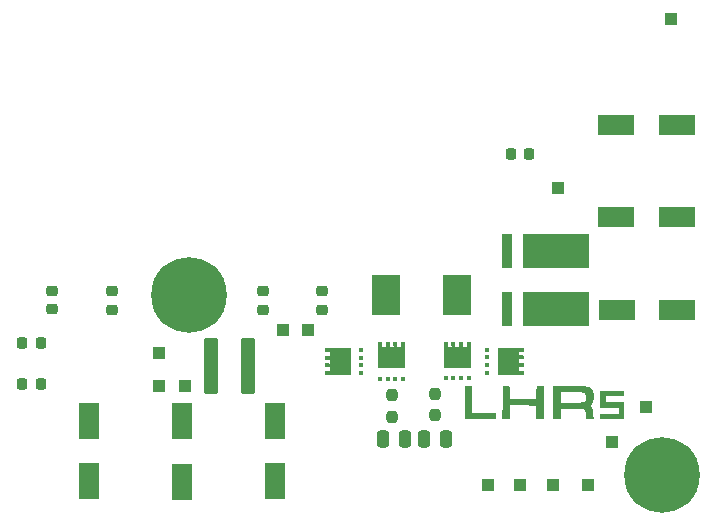
<source format=gbr>
%TF.GenerationSoftware,KiCad,Pcbnew,9.0.0*%
%TF.CreationDate,2026-01-13T23:39:09-06:00*%
%TF.ProjectId,SuppChargerPCB,53757070-4368-4617-9267-65725043422e,rev?*%
%TF.SameCoordinates,Original*%
%TF.FileFunction,Soldermask,Top*%
%TF.FilePolarity,Negative*%
%FSLAX46Y46*%
G04 Gerber Fmt 4.6, Leading zero omitted, Abs format (unit mm)*
G04 Created by KiCad (PCBNEW 9.0.0) date 2026-01-13 23:39:09*
%MOMM*%
%LPD*%
G01*
G04 APERTURE LIST*
G04 Aperture macros list*
%AMRoundRect*
0 Rectangle with rounded corners*
0 $1 Rounding radius*
0 $2 $3 $4 $5 $6 $7 $8 $9 X,Y pos of 4 corners*
0 Add a 4 corners polygon primitive as box body*
4,1,4,$2,$3,$4,$5,$6,$7,$8,$9,$2,$3,0*
0 Add four circle primitives for the rounded corners*
1,1,$1+$1,$2,$3*
1,1,$1+$1,$4,$5*
1,1,$1+$1,$6,$7*
1,1,$1+$1,$8,$9*
0 Add four rect primitives between the rounded corners*
20,1,$1+$1,$2,$3,$4,$5,0*
20,1,$1+$1,$4,$5,$6,$7,0*
20,1,$1+$1,$6,$7,$8,$9,0*
20,1,$1+$1,$8,$9,$2,$3,0*%
G04 Aperture macros list end*
%ADD10C,0.000000*%
%ADD11C,3.600000*%
%ADD12C,6.400000*%
%ADD13RoundRect,0.250000X0.362500X2.125000X-0.362500X2.125000X-0.362500X-2.125000X0.362500X-2.125000X0*%
%ADD14R,1.800000X3.150000*%
%ADD15R,0.900000X2.900000*%
%ADD16R,5.600000X2.900000*%
%ADD17R,0.431800X0.304800*%
%ADD18R,0.406400X0.304800*%
%ADD19R,1.808902X1.978890*%
%ADD20R,2.200900X0.304800*%
%ADD21R,1.000000X1.000000*%
%ADD22RoundRect,0.237500X-0.237500X0.250000X-0.237500X-0.250000X0.237500X-0.250000X0.237500X0.250000X0*%
%ADD23RoundRect,0.218750X-0.256250X0.218750X-0.256250X-0.218750X0.256250X-0.218750X0.256250X0.218750X0*%
%ADD24R,3.150000X1.800000*%
%ADD25RoundRect,0.250000X0.250000X0.475000X-0.250000X0.475000X-0.250000X-0.475000X0.250000X-0.475000X0*%
%ADD26R,0.304800X0.431800*%
%ADD27R,0.304800X0.406400*%
%ADD28R,1.978890X1.808902*%
%ADD29R,0.304800X2.200900*%
%ADD30RoundRect,0.250000X-0.250000X-0.475000X0.250000X-0.475000X0.250000X0.475000X-0.250000X0.475000X0*%
%ADD31RoundRect,0.218750X-0.218750X-0.256250X0.218750X-0.256250X0.218750X0.256250X-0.218750X0.256250X0*%
%ADD32R,2.350000X3.500000*%
%ADD33RoundRect,0.237500X0.237500X-0.250000X0.237500X0.250000X-0.237500X0.250000X-0.237500X-0.250000X0*%
G04 APERTURE END LIST*
D10*
%TO.C,Q13*%
G36*
X101205113Y-103415074D02*
G01*
X101205113Y-105668054D01*
X98995310Y-105668943D01*
X98995310Y-105364143D01*
X99401710Y-105364143D01*
X99401710Y-105018957D01*
X98995310Y-105018957D01*
X98995310Y-104714157D01*
X99401710Y-104714157D01*
X99401710Y-104368971D01*
X98995310Y-104368971D01*
X98995310Y-104064171D01*
X99401710Y-104064171D01*
X99401710Y-103718985D01*
X98995310Y-103718985D01*
X98995211Y-103414185D01*
X101205113Y-103415074D01*
G37*
%TO.C,Q14*%
G36*
X105767680Y-105100486D02*
G01*
X103514700Y-105100486D01*
X103513811Y-102890683D01*
X103818611Y-102890683D01*
X103818611Y-103297083D01*
X104163797Y-103297083D01*
X104163797Y-102890683D01*
X104468597Y-102890683D01*
X104468597Y-103297083D01*
X104813783Y-103297083D01*
X104813783Y-102890683D01*
X105118583Y-102890683D01*
X105118583Y-103297083D01*
X105463769Y-103297083D01*
X105463769Y-102890683D01*
X105768569Y-102890584D01*
X105767680Y-105100486D01*
G37*
%TO.C,LOGO2*%
G36*
X111450639Y-107736515D02*
G01*
X111475838Y-108870443D01*
X112496373Y-108884086D01*
X113516909Y-108897729D01*
X113516909Y-109148669D01*
X113516909Y-109399610D01*
X112180596Y-109399610D01*
X110844283Y-109399610D01*
X110857679Y-108001098D01*
X110871076Y-106602586D01*
X111148258Y-106602586D01*
X111425441Y-106602586D01*
X111450639Y-107736515D01*
G37*
G36*
X124315718Y-107249808D02*
G01*
X124315718Y-107476594D01*
X123534567Y-107476594D01*
X122753416Y-107476594D01*
X122753416Y-107728578D01*
X122753416Y-107980562D01*
X123534567Y-107980562D01*
X124315718Y-107980562D01*
X124315718Y-108686118D01*
X124315718Y-109391673D01*
X123307781Y-109391673D01*
X122299845Y-109391673D01*
X122299845Y-109164888D01*
X122299845Y-108938102D01*
X123080996Y-108938102D01*
X123862146Y-108938102D01*
X123862146Y-108686118D01*
X123862146Y-108434134D01*
X123080996Y-108434134D01*
X122299845Y-108434134D01*
X122299845Y-107728578D01*
X122299845Y-107023023D01*
X123307781Y-107023023D01*
X124315718Y-107023023D01*
X124315718Y-107249808D01*
G37*
G36*
X117326673Y-106586480D02*
G01*
X117523457Y-106602586D01*
X117536853Y-108001098D01*
X117550249Y-109399610D01*
X117223523Y-109399610D01*
X116896797Y-109399610D01*
X116882548Y-108832646D01*
X116868298Y-108265681D01*
X115773827Y-108252104D01*
X114679355Y-108238526D01*
X114665096Y-108806469D01*
X114650838Y-109374411D01*
X114335056Y-109389436D01*
X114019274Y-109404461D01*
X114032675Y-108003524D01*
X114046076Y-106602586D01*
X114302536Y-106587635D01*
X114501635Y-106592471D01*
X114610208Y-106635030D01*
X114615573Y-106640854D01*
X114641120Y-106718183D01*
X114663896Y-106870853D01*
X114680721Y-107073411D01*
X114686692Y-107210171D01*
X114701234Y-107711316D01*
X115784766Y-107711316D01*
X116868298Y-107711316D01*
X116882597Y-107170084D01*
X116891906Y-106912165D01*
X116911616Y-106739389D01*
X116953626Y-106636119D01*
X117029835Y-106586715D01*
X117152143Y-106575540D01*
X117326673Y-106586480D01*
G37*
G36*
X119556234Y-106582490D02*
G01*
X119879362Y-106586334D01*
X120347570Y-106594803D01*
X120725500Y-106607479D01*
X121023668Y-106628466D01*
X121252589Y-106661867D01*
X121422779Y-106711788D01*
X121544753Y-106782331D01*
X121629027Y-106877602D01*
X121686117Y-107001704D01*
X121726538Y-107158742D01*
X121755197Y-107318466D01*
X121765626Y-107520924D01*
X121742033Y-107743415D01*
X121691540Y-107951958D01*
X121621267Y-108112576D01*
X121577216Y-108167770D01*
X121512975Y-108233686D01*
X121513142Y-108285992D01*
X121580133Y-108366182D01*
X121589344Y-108375995D01*
X121645408Y-108450961D01*
X121682075Y-108548385D01*
X121705161Y-108693244D01*
X121720479Y-108910515D01*
X121722283Y-108947039D01*
X121743921Y-109399610D01*
X121410177Y-109399610D01*
X121076433Y-109399610D01*
X121076433Y-109104025D01*
X121064187Y-108897323D01*
X121021743Y-108753961D01*
X120971981Y-108675652D01*
X120867530Y-108542864D01*
X119913648Y-108542864D01*
X118959766Y-108542864D01*
X118959766Y-108971237D01*
X118959766Y-109399610D01*
X118632187Y-109399610D01*
X118304607Y-109399610D01*
X118304607Y-108014657D01*
X118304607Y-107551726D01*
X118304607Y-107131753D01*
X118959766Y-107131753D01*
X118959766Y-107551726D01*
X118964033Y-107749263D01*
X118975387Y-107906984D01*
X118991661Y-107998622D01*
X118997564Y-108009709D01*
X119057664Y-108020809D01*
X119202089Y-108028814D01*
X119414409Y-108033371D01*
X119678190Y-108034129D01*
X119977003Y-108030736D01*
X119978564Y-108030708D01*
X120315327Y-108023617D01*
X120565810Y-108015220D01*
X120744526Y-108004014D01*
X120865986Y-107988495D01*
X120944704Y-107967161D01*
X120995194Y-107938507D01*
X121011698Y-107923703D01*
X121077040Y-107805572D01*
X121101252Y-107614107D01*
X121101631Y-107579072D01*
X121091636Y-107409739D01*
X121053255Y-107302806D01*
X120982655Y-107228094D01*
X120932565Y-107194156D01*
X120868268Y-107169211D01*
X120774659Y-107151897D01*
X120636633Y-107140857D01*
X120439085Y-107134733D01*
X120166909Y-107132164D01*
X119911723Y-107131753D01*
X118959766Y-107131753D01*
X118304607Y-107131753D01*
X118304607Y-106629705D01*
X118430453Y-106598119D01*
X118513609Y-106590336D01*
X118682650Y-106584760D01*
X118922692Y-106581513D01*
X119218849Y-106580716D01*
X119556234Y-106582490D01*
G37*
%TO.C,Q11*%
G36*
X115829411Y-103699027D02*
G01*
X115423011Y-103699027D01*
X115423011Y-104044213D01*
X115829411Y-104044213D01*
X115829411Y-104349013D01*
X115423011Y-104349013D01*
X115423011Y-104694199D01*
X115829411Y-104694199D01*
X115829411Y-104998999D01*
X115423011Y-104998999D01*
X115423011Y-105344185D01*
X115829411Y-105344185D01*
X115829510Y-105648985D01*
X113619608Y-105648096D01*
X113619608Y-103395116D01*
X115829411Y-103394227D01*
X115829411Y-103699027D01*
G37*
%TO.C,Q12*%
G36*
X111327722Y-105070486D02*
G01*
X109074742Y-105070486D01*
X109073853Y-102860683D01*
X109378653Y-102860683D01*
X109378653Y-103267083D01*
X109723839Y-103267083D01*
X109723839Y-102860683D01*
X110028639Y-102860683D01*
X110028639Y-103267083D01*
X110373825Y-103267083D01*
X110373825Y-102860683D01*
X110678625Y-102860683D01*
X110678625Y-103267083D01*
X111023811Y-103267083D01*
X111023811Y-102860683D01*
X111328611Y-102860584D01*
X111327722Y-105070486D01*
G37*
%TD*%
D11*
%TO.C,H1*%
X87490000Y-98890000D03*
D12*
X87490000Y-98890000D03*
%TD*%
D11*
%TO.C,H3*%
X127510000Y-114120000D03*
D12*
X127510000Y-114120000D03*
%TD*%
D13*
%TO.C,R13*%
X92507500Y-104950000D03*
X89382500Y-104950000D03*
%TD*%
D14*
%TO.C,C15*%
X94730000Y-109590000D03*
X94730000Y-114690000D03*
%TD*%
D15*
%TO.C,R11*%
X114370000Y-95200000D03*
X114370000Y-100100000D03*
D16*
X118520000Y-100100000D03*
X118520000Y-95200000D03*
%TD*%
D17*
%TO.C,Q13*%
X102081212Y-105516543D03*
X102081212Y-104866557D03*
X102081212Y-104216571D03*
X102081212Y-103566585D03*
D18*
X99198510Y-103566585D03*
X99198510Y-104216571D03*
X99198510Y-104866557D03*
D19*
X100300662Y-104404519D03*
D20*
X100106211Y-105516564D03*
%TD*%
D21*
%TO.C,OUT3*%
X115490000Y-114980000D03*
%TD*%
%TO.C,FBG1*%
X84940000Y-106650000D03*
%TD*%
D22*
%TO.C,R34*%
X108280000Y-107260000D03*
X108280000Y-109085000D03*
%TD*%
D23*
%TO.C,D4*%
X75920000Y-98552500D03*
X75920000Y-100127500D03*
%TD*%
D24*
%TO.C,C12*%
X123670000Y-84530000D03*
X128770000Y-84530000D03*
%TD*%
D21*
%TO.C,OUT4*%
X112810000Y-114970000D03*
%TD*%
D25*
%TO.C,C10*%
X105810000Y-111110000D03*
X103910000Y-111110000D03*
%TD*%
D23*
%TO.C,D1*%
X93770000Y-98560000D03*
X93770000Y-100135000D03*
%TD*%
D26*
%TO.C,Q14*%
X103666211Y-105976585D03*
X104316197Y-105976585D03*
X104966183Y-105976585D03*
X105616169Y-105976585D03*
D27*
X105616169Y-103093883D03*
X104966183Y-103093883D03*
X104316197Y-103093883D03*
D28*
X104778235Y-104196035D03*
D29*
X103666190Y-104001584D03*
%TD*%
D21*
%TO.C,ACOV3*%
X126140000Y-108410000D03*
%TD*%
D30*
%TO.C,C8*%
X107350000Y-111110000D03*
X109250000Y-111110000D03*
%TD*%
D21*
%TO.C,OUT2*%
X84930000Y-103790000D03*
%TD*%
%TO.C,ACOV2*%
X118320000Y-114980000D03*
%TD*%
D14*
%TO.C,C16*%
X86875000Y-109600000D03*
X86875000Y-114700000D03*
%TD*%
D21*
%TO.C,+24V2*%
X118740000Y-89860000D03*
%TD*%
%TO.C,PGND3*%
X128310000Y-75510000D03*
%TD*%
D31*
%TO.C,D3*%
X73372500Y-103010000D03*
X74947500Y-103010000D03*
%TD*%
D17*
%TO.C,Q11*%
X112743509Y-103546627D03*
X112743509Y-104196613D03*
X112743509Y-104846599D03*
X112743509Y-105496585D03*
D18*
X115626211Y-105496585D03*
X115626211Y-104846599D03*
X115626211Y-104196613D03*
D19*
X114524059Y-104658651D03*
D20*
X114718510Y-103546606D03*
%TD*%
D21*
%TO.C,FB1*%
X87130000Y-106650000D03*
%TD*%
%TO.C,ACOV5*%
X123280000Y-111350000D03*
%TD*%
D14*
%TO.C,C17*%
X79030000Y-109590000D03*
X79030000Y-114690000D03*
%TD*%
D24*
%TO.C,C13*%
X123670000Y-92330000D03*
X128770000Y-92330000D03*
%TD*%
D23*
%TO.C,D7*%
X98780000Y-98560000D03*
X98780000Y-100135000D03*
%TD*%
D26*
%TO.C,Q12*%
X109226253Y-105946585D03*
X109876239Y-105946585D03*
X110526225Y-105946585D03*
X111176211Y-105946585D03*
D27*
X111176211Y-103063883D03*
X110526225Y-103063883D03*
X109876239Y-103063883D03*
D28*
X110338277Y-104166035D03*
D29*
X109226232Y-103971584D03*
%TD*%
D31*
%TO.C,D6*%
X73365000Y-106410000D03*
X74940000Y-106410000D03*
%TD*%
D21*
%TO.C,ACOV6*%
X97540000Y-101900000D03*
%TD*%
D23*
%TO.C,D2*%
X80940000Y-98570000D03*
X80940000Y-100145000D03*
%TD*%
D32*
%TO.C,L4*%
X110210000Y-98880000D03*
X104160000Y-98880000D03*
%TD*%
D33*
%TO.C,R36*%
X104630000Y-109205000D03*
X104630000Y-107380000D03*
%TD*%
D31*
%TO.C,D5*%
X114715000Y-86940000D03*
X116290000Y-86940000D03*
%TD*%
D21*
%TO.C,ACOV4*%
X95450000Y-101900000D03*
%TD*%
%TO.C,ACUV2*%
X121270000Y-114990000D03*
%TD*%
D24*
%TO.C,C14*%
X123680000Y-100180000D03*
X128780000Y-100180000D03*
%TD*%
M02*

</source>
